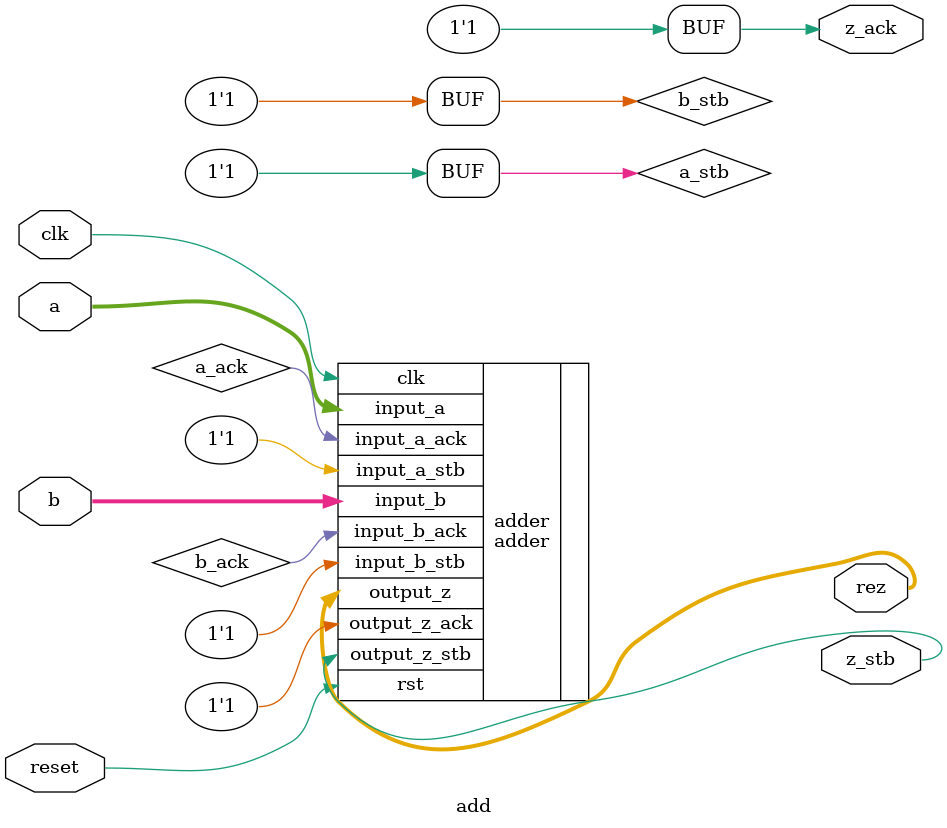
<source format=sv>
module add(
    input logic [31:0] a, b,   // входные числа
    input logic reset, clk,    // флаг сброса и такт
    output logic[31:0] rez,    // результат
    output logic z_ack, z_stb  // флаги, принялось ли число и досчиталось ли оно (после сброса)
);

  logic a_stb, b_stb, a_ack, b_ack;

  adder adder (
      .input_a(a),
      .input_b(b),
      .input_a_stb(a_stb),
      .input_b_stb(b_stb),
      .output_z_ack(z_ack),
      .clk(clk),
      .rst(reset),
      .output_z(rez),
      .output_z_stb(z_stb),
      .input_a_ack(a_ack),
      .input_b_ack(b_ack)
  );

  assign a_stb = 1;
  assign b_stb = 1;
  assign z_ack = 1;

endmodule

</source>
